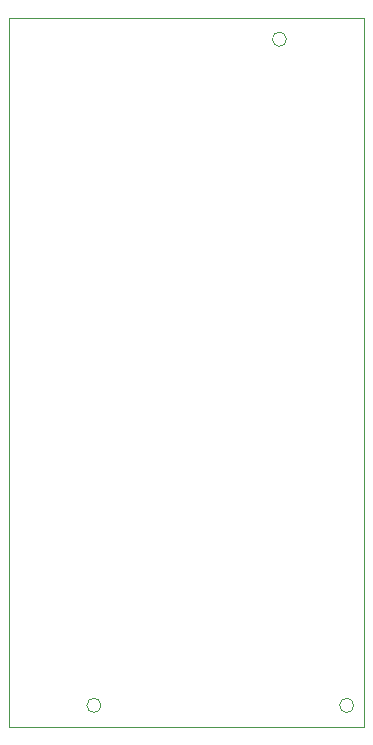
<source format=gbr>
%TF.GenerationSoftware,KiCad,Pcbnew,(6.0.9)*%
%TF.CreationDate,2022-12-02T14:17:00-08:00*%
%TF.ProjectId,controller,636f6e74-726f-46c6-9c65-722e6b696361,1*%
%TF.SameCoordinates,Original*%
%TF.FileFunction,Profile,NP*%
%FSLAX46Y46*%
G04 Gerber Fmt 4.6, Leading zero omitted, Abs format (unit mm)*
G04 Created by KiCad (PCBNEW (6.0.9)) date 2022-12-02 14:17:00*
%MOMM*%
%LPD*%
G01*
G04 APERTURE LIST*
%TA.AperFunction,Profile*%
%ADD10C,0.100000*%
%TD*%
%TA.AperFunction,Profile*%
%ADD11C,0.120000*%
%TD*%
G04 APERTURE END LIST*
D10*
X110000000Y-70000000D02*
X140000000Y-70000000D01*
X140000000Y-70000000D02*
X140000000Y-130000000D01*
X140000000Y-130000000D02*
X110000000Y-130000000D01*
X110000000Y-130000000D02*
X110000000Y-70000000D01*
D11*
%TO.C,J11*%
X139150000Y-128200000D02*
G75*
G03*
X139150000Y-128200000I-600000J0D01*
G01*
%TO.C,J1*%
X133450000Y-71800000D02*
G75*
G03*
X133450000Y-71800000I-600000J0D01*
G01*
%TO.C,J3*%
X117750000Y-128200000D02*
G75*
G03*
X117750000Y-128200000I-600000J0D01*
G01*
%TD*%
M02*

</source>
